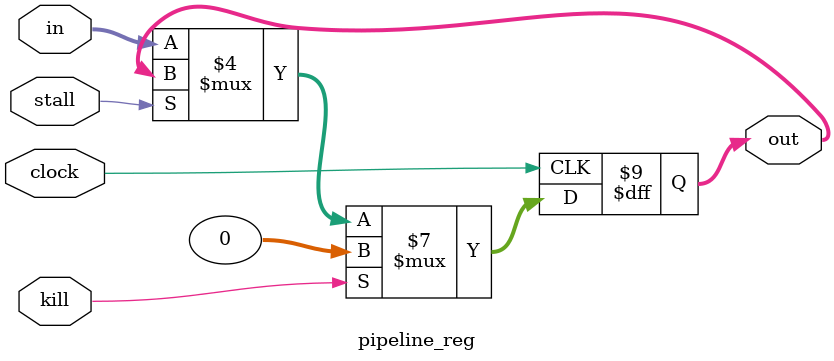
<source format=v>
module pipeline_reg
    #(
        parameter           D_W        = 32,
        parameter [D_W-1:0] KILL_INSTR = 32'b0
    )
    (
        input 	         clock,
        input 	         kill,
        input 	         stall,
        input       [D_W-1:0] in, 
        output  reg [D_W-1:0] out
    );

	initial begin
		out = 32'h00000000;
	end

    always @ (posedge clock) begin

        if ( kill ) begin 
            out <= KILL_INSTR[D_W-1:0];
        end else begin
            if (!stall) begin
                out <= in;
            end
        end
        
    end

endmodule

</source>
